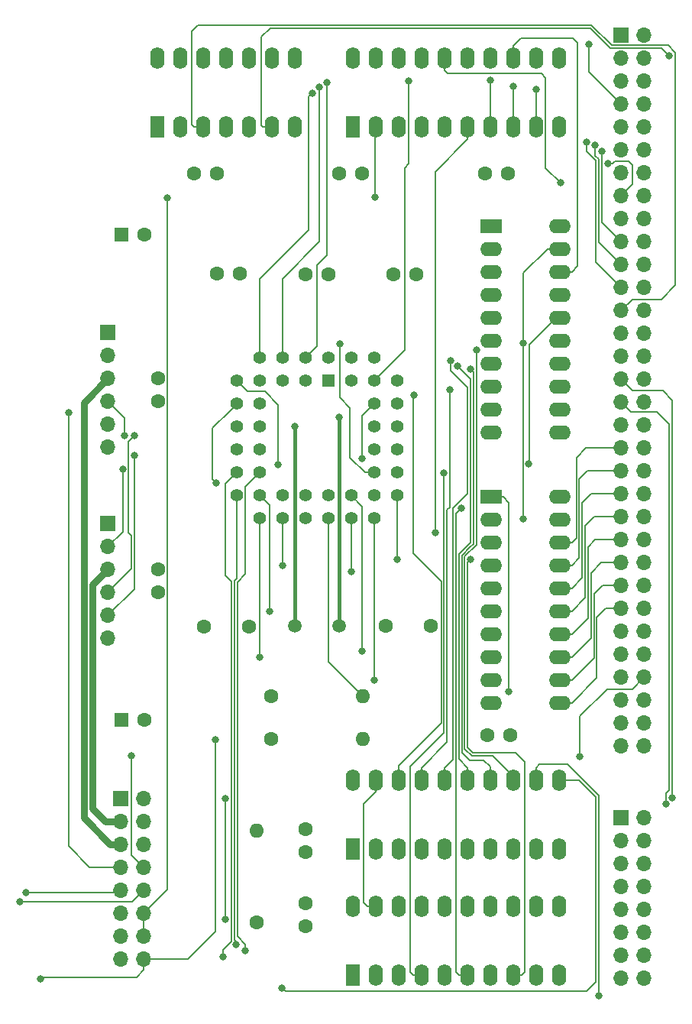
<source format=gbr>
G04 #@! TF.GenerationSoftware,KiCad,Pcbnew,(5.1.5-0-10_14)*
G04 #@! TF.CreationDate,2021-03-10T11:59:30+00:00*
G04 #@! TF.ProjectId,mc68681,6d633638-3638-4312-9e6b-696361645f70,rev?*
G04 #@! TF.SameCoordinates,Original*
G04 #@! TF.FileFunction,Copper,L1,Top*
G04 #@! TF.FilePolarity,Positive*
%FSLAX46Y46*%
G04 Gerber Fmt 4.6, Leading zero omitted, Abs format (unit mm)*
G04 Created by KiCad (PCBNEW (5.1.5-0-10_14)) date 2021-03-10 11:59:30*
%MOMM*%
%LPD*%
G04 APERTURE LIST*
%ADD10O,1.600000X1.600000*%
%ADD11C,1.600000*%
%ADD12O,1.700000X1.700000*%
%ADD13R,1.700000X1.700000*%
%ADD14O,1.600000X2.400000*%
%ADD15R,1.600000X2.400000*%
%ADD16C,1.500000*%
%ADD17C,1.422400*%
%ADD18R,1.422400X1.422400*%
%ADD19C,1.600200*%
%ADD20O,2.400000X1.600000*%
%ADD21R,2.400000X1.600000*%
%ADD22R,1.600000X1.600000*%
%ADD23C,0.800000*%
%ADD24C,0.400000*%
%ADD25C,0.150000*%
%ADD26C,0.800000*%
G04 APERTURE END LIST*
D10*
X89800000Y-126850000D03*
D11*
X79640000Y-126850000D03*
D12*
X65540000Y-151220000D03*
X63000000Y-151220000D03*
X65540000Y-148680000D03*
X63000000Y-148680000D03*
X65540000Y-146140000D03*
X63000000Y-146140000D03*
X65540000Y-143600000D03*
X63000000Y-143600000D03*
X65540000Y-141060000D03*
X63000000Y-141060000D03*
X65540000Y-138520000D03*
X63000000Y-138520000D03*
X65540000Y-135980000D03*
X63000000Y-135980000D03*
X65540000Y-133440000D03*
D13*
X63000000Y-133440000D03*
D11*
X97350000Y-114340000D03*
X92350000Y-114340000D03*
X77160000Y-114360000D03*
X72160000Y-114360000D03*
D14*
X88700000Y-51430000D03*
X111560000Y-59050000D03*
X91240000Y-51430000D03*
X109020000Y-59050000D03*
X93780000Y-51430000D03*
X106480000Y-59050000D03*
X96320000Y-51430000D03*
X103940000Y-59050000D03*
X98860000Y-51430000D03*
X101400000Y-59050000D03*
X101400000Y-51430000D03*
X98860000Y-59050000D03*
X103940000Y-51430000D03*
X96320000Y-59050000D03*
X106480000Y-51430000D03*
X93780000Y-59050000D03*
X109020000Y-51430000D03*
X91240000Y-59050000D03*
X111560000Y-51430000D03*
D15*
X88700000Y-59050000D03*
D16*
X87150000Y-114340000D03*
X82270000Y-114340000D03*
D10*
X89800000Y-122120000D03*
D11*
X79640000Y-122120000D03*
D17*
X93610000Y-87156350D03*
X93610000Y-89696350D03*
X93610000Y-92236350D03*
X93610000Y-94776350D03*
X93610000Y-97316350D03*
X91070000Y-84616350D03*
X91070000Y-89696350D03*
X91070000Y-92236350D03*
X91070000Y-94776350D03*
X91070000Y-97316350D03*
X91070000Y-99856350D03*
X91070000Y-102396350D03*
X88530000Y-102396350D03*
X85990000Y-102396350D03*
X83450000Y-102396350D03*
X80910000Y-102396350D03*
X78370000Y-102396350D03*
X93610000Y-99856350D03*
X88530000Y-99856350D03*
X85990000Y-99856350D03*
X83450000Y-99856350D03*
X80910000Y-99856350D03*
X78370000Y-99856350D03*
X75830000Y-99856350D03*
X75830000Y-97316350D03*
X75830000Y-94776350D03*
X75830000Y-92236350D03*
X75830000Y-89696350D03*
X75830000Y-87156350D03*
X78370000Y-97316350D03*
X78370000Y-94776350D03*
X78370000Y-92236350D03*
X78370000Y-89696350D03*
X78370000Y-87156350D03*
X88530000Y-84616350D03*
X85990000Y-84616350D03*
X78370000Y-84616350D03*
X80910000Y-84616350D03*
X83450000Y-84616350D03*
X91070000Y-87156350D03*
X88530000Y-87156350D03*
X80910000Y-87156350D03*
X83450000Y-87156350D03*
D18*
X85990000Y-87156350D03*
D14*
X88700000Y-131380000D03*
X111560000Y-139000000D03*
X91240000Y-131380000D03*
X109020000Y-139000000D03*
X93780000Y-131380000D03*
X106480000Y-139000000D03*
X96320000Y-131380000D03*
X103940000Y-139000000D03*
X98860000Y-131380000D03*
X101400000Y-139000000D03*
X101400000Y-131380000D03*
X98860000Y-139000000D03*
X103940000Y-131380000D03*
X96320000Y-139000000D03*
X106480000Y-131380000D03*
X93780000Y-139000000D03*
X109020000Y-131380000D03*
X91240000Y-139000000D03*
X111560000Y-131380000D03*
D15*
X88700000Y-139000000D03*
D19*
X93235800Y-75355000D03*
X95775800Y-75355000D03*
X67100000Y-108080000D03*
X67100000Y-110620000D03*
X83450000Y-75355000D03*
X85990000Y-75355000D03*
X103644200Y-126450000D03*
X106184200Y-126450000D03*
X83500000Y-145044200D03*
X83500000Y-147584200D03*
X83500000Y-136815800D03*
X83500000Y-139355800D03*
X67100000Y-86920000D03*
X67100000Y-89460000D03*
X73664200Y-75280000D03*
X76204200Y-75280000D03*
X105904200Y-64175000D03*
X103364200Y-64175000D03*
X71060000Y-64175000D03*
X73600000Y-64175000D03*
X87212100Y-64175000D03*
X89752100Y-64175000D03*
D10*
X78025000Y-137015000D03*
D11*
X78025000Y-147175000D03*
D12*
X61550000Y-115700000D03*
X61550000Y-113160000D03*
X61550000Y-110620000D03*
X61550000Y-108080000D03*
X61550000Y-105540000D03*
D13*
X61550000Y-103000000D03*
D12*
X61550000Y-94540000D03*
X61550000Y-92000000D03*
X61550000Y-89460000D03*
X61550000Y-86920000D03*
X61550000Y-84380000D03*
D13*
X61550000Y-81840000D03*
D12*
X121000000Y-153380000D03*
X118460000Y-153380000D03*
X121000000Y-150840000D03*
X118460000Y-150840000D03*
X121000000Y-148300000D03*
X118460000Y-148300000D03*
X121000000Y-145760000D03*
X118460000Y-145760000D03*
X121000000Y-143220000D03*
X118460000Y-143220000D03*
X121000000Y-140680000D03*
X118460000Y-140680000D03*
X121000000Y-138140000D03*
X118460000Y-138140000D03*
X121000000Y-135600000D03*
D13*
X118460000Y-135600000D03*
D12*
X121000000Y-127640000D03*
X118460000Y-127640000D03*
X121000000Y-125100000D03*
X118460000Y-125100000D03*
X121000000Y-122560000D03*
X118460000Y-122560000D03*
X121000000Y-120020000D03*
X118460000Y-120020000D03*
X121000000Y-117480000D03*
X118460000Y-117480000D03*
X121000000Y-114940000D03*
X118460000Y-114940000D03*
X121000000Y-112400000D03*
X118460000Y-112400000D03*
X121000000Y-109860000D03*
X118460000Y-109860000D03*
X121000000Y-107320000D03*
X118460000Y-107320000D03*
X121000000Y-104780000D03*
X118460000Y-104780000D03*
X121000000Y-102240000D03*
X118460000Y-102240000D03*
X121000000Y-99700000D03*
X118460000Y-99700000D03*
X121000000Y-97160000D03*
X118460000Y-97160000D03*
X121000000Y-94620000D03*
X118460000Y-94620000D03*
X121000000Y-92080000D03*
X118460000Y-92080000D03*
X121000000Y-89540000D03*
X118460000Y-89540000D03*
X121000000Y-87000000D03*
X118460000Y-87000000D03*
X121000000Y-84460000D03*
X118460000Y-84460000D03*
X121000000Y-81920000D03*
X118460000Y-81920000D03*
X121000000Y-79380000D03*
X118460000Y-79380000D03*
X121000000Y-76840000D03*
X118460000Y-76840000D03*
X121000000Y-74300000D03*
X118460000Y-74300000D03*
X121000000Y-71760000D03*
X118460000Y-71760000D03*
X121000000Y-69220000D03*
X118460000Y-69220000D03*
X121000000Y-66680000D03*
X118460000Y-66680000D03*
X121000000Y-64140000D03*
X118460000Y-64140000D03*
X121000000Y-61600000D03*
X118460000Y-61600000D03*
X121000000Y-59060000D03*
X118460000Y-59060000D03*
X121000000Y-56520000D03*
X118460000Y-56520000D03*
X121000000Y-53980000D03*
X118460000Y-53980000D03*
X121000000Y-51440000D03*
X118460000Y-51440000D03*
X121000000Y-48900000D03*
D13*
X118460000Y-48900000D03*
D20*
X111620000Y-70000000D03*
X104000000Y-92860000D03*
X111620000Y-72540000D03*
X104000000Y-90320000D03*
X111620000Y-75080000D03*
X104000000Y-87780000D03*
X111620000Y-77620000D03*
X104000000Y-85240000D03*
X111620000Y-80160000D03*
X104000000Y-82700000D03*
X111620000Y-82700000D03*
X104000000Y-80160000D03*
X111620000Y-85240000D03*
X104000000Y-77620000D03*
X111620000Y-87780000D03*
X104000000Y-75080000D03*
X111620000Y-90320000D03*
X104000000Y-72540000D03*
X111620000Y-92860000D03*
D21*
X104000000Y-70000000D03*
D14*
X67000000Y-51430000D03*
X82240000Y-59050000D03*
X69540000Y-51430000D03*
X79700000Y-59050000D03*
X72080000Y-51430000D03*
X77160000Y-59050000D03*
X74620000Y-51430000D03*
X74620000Y-59050000D03*
X77160000Y-51430000D03*
X72080000Y-59050000D03*
X79700000Y-51430000D03*
X69540000Y-59050000D03*
X82240000Y-51430000D03*
D15*
X67000000Y-59050000D03*
D14*
X88700000Y-145380000D03*
X111560000Y-153000000D03*
X91240000Y-145380000D03*
X109020000Y-153000000D03*
X93780000Y-145380000D03*
X106480000Y-153000000D03*
X96320000Y-145380000D03*
X103940000Y-153000000D03*
X98860000Y-145380000D03*
X101400000Y-153000000D03*
X101400000Y-145380000D03*
X98860000Y-153000000D03*
X103940000Y-145380000D03*
X96320000Y-153000000D03*
X106480000Y-145380000D03*
X93780000Y-153000000D03*
X109020000Y-145380000D03*
X91240000Y-153000000D03*
X111560000Y-145380000D03*
D15*
X88700000Y-153000000D03*
D20*
X111620000Y-100000000D03*
X104000000Y-122860000D03*
X111620000Y-102540000D03*
X104000000Y-120320000D03*
X111620000Y-105080000D03*
X104000000Y-117780000D03*
X111620000Y-107620000D03*
X104000000Y-115240000D03*
X111620000Y-110160000D03*
X104000000Y-112700000D03*
X111620000Y-112700000D03*
X104000000Y-110160000D03*
X111620000Y-115240000D03*
X104000000Y-107620000D03*
X111620000Y-117780000D03*
X104000000Y-105080000D03*
X111620000Y-120320000D03*
X104000000Y-102540000D03*
X111620000Y-122860000D03*
D21*
X104000000Y-100000000D03*
D11*
X65592621Y-124710000D03*
D22*
X63092621Y-124710000D03*
D11*
X65592621Y-71000000D03*
D22*
X63092621Y-71000000D03*
D23*
X87170000Y-91190000D03*
X101738436Y-85905872D03*
X102410000Y-83730000D03*
X80910000Y-107620000D03*
X79470000Y-112690000D03*
X99554903Y-84926493D03*
X78390000Y-117780000D03*
X107572298Y-83022298D03*
X107550000Y-102500000D03*
X75790000Y-149590000D03*
X89700000Y-95740000D03*
X76790000Y-150325000D03*
X74290000Y-150980000D03*
X63199999Y-96970000D03*
X115975000Y-155325000D03*
X63370000Y-93250000D03*
X64500000Y-95450000D03*
X64525000Y-93225000D03*
X80875000Y-154424990D03*
X87240000Y-83040000D03*
X57210000Y-90710000D03*
X98810000Y-97340000D03*
X106000000Y-121575000D03*
X73530000Y-98460000D03*
X100747937Y-101267937D03*
X95470000Y-88767551D03*
X101750030Y-106970000D03*
X93630000Y-106970000D03*
X108222298Y-96387551D03*
X80430000Y-96460000D03*
X91080000Y-120330000D03*
X109020000Y-54875010D03*
X84190000Y-55270000D03*
X89740000Y-117070000D03*
X99460000Y-88120000D03*
X88540000Y-108270000D03*
X106480000Y-54550000D03*
X85006047Y-54625009D03*
X100320000Y-85545149D03*
X97820000Y-103960000D03*
X103930000Y-53900000D03*
X85844796Y-54127889D03*
X74584301Y-146790000D03*
X74540000Y-133440000D03*
X123800000Y-51125000D03*
X111700000Y-65250000D03*
X114583376Y-60700010D03*
X114850000Y-49890000D03*
X51820000Y-144920000D03*
X115536612Y-61050020D03*
X116300000Y-61725000D03*
X123416646Y-134005220D03*
X116950000Y-63125000D03*
X64170000Y-128730000D03*
X113890000Y-128810000D03*
X94920000Y-53974989D03*
X52470000Y-143839620D03*
X82310000Y-92230000D03*
X68150000Y-66870000D03*
X91200000Y-66840000D03*
X124120000Y-133330000D03*
X54040000Y-153410000D03*
X73430000Y-126900000D03*
D24*
X87150000Y-91210000D02*
X87170000Y-91190000D01*
X87150000Y-114340000D02*
X87150000Y-91210000D01*
D25*
X103940000Y-131380000D02*
X103940000Y-130099633D01*
X103940000Y-130099633D02*
X103940000Y-129915000D01*
X103940000Y-129915000D02*
X103225000Y-129200000D01*
X101625000Y-129200000D02*
X100775020Y-128350020D01*
X103225000Y-129200000D02*
X101625000Y-129200000D01*
X100775020Y-128350020D02*
X100775020Y-127700000D01*
X100775020Y-127700000D02*
X100775020Y-116400000D01*
X100775020Y-106515347D02*
X101690368Y-105600000D01*
X100775020Y-116400000D02*
X100775020Y-106515347D01*
X101690368Y-105600000D02*
X102074990Y-105215378D01*
X102074990Y-105215378D02*
X102074990Y-95875000D01*
X102074990Y-95875000D02*
X102074990Y-95859623D01*
X102074990Y-86242426D02*
X101738436Y-85905872D01*
X102074990Y-95875000D02*
X102074990Y-86242426D01*
X106480000Y-130980000D02*
X104225000Y-128725000D01*
X106480000Y-131380000D02*
X106480000Y-130980000D01*
X104225000Y-128725000D02*
X103025000Y-128725000D01*
X101875000Y-128725000D02*
X101100030Y-127950030D01*
X101100030Y-127950030D02*
X101100030Y-116265377D01*
X103025000Y-128725000D02*
X101875000Y-128725000D01*
X101100030Y-116265377D02*
X101100030Y-125525000D01*
X102410000Y-95715000D02*
X102400000Y-95725000D01*
X101100030Y-106649970D02*
X101100030Y-116265377D01*
X102410000Y-105340000D02*
X101100030Y-106649970D01*
X102410000Y-83730000D02*
X102410000Y-105340000D01*
X80910000Y-107620000D02*
X80910000Y-102396350D01*
X79470000Y-100956350D02*
X78370000Y-99856350D01*
X79470000Y-112690000D02*
X79470000Y-100956350D01*
X99799990Y-129090010D02*
X99799990Y-128884623D01*
X98860000Y-130030000D02*
X99799990Y-129090010D01*
X98860000Y-131380000D02*
X98860000Y-130030000D01*
X99799990Y-128884623D02*
X99799990Y-118399990D01*
X99799990Y-101296645D02*
X101424970Y-99671665D01*
X99799990Y-118399990D02*
X99799990Y-101296645D01*
X101424970Y-99671665D02*
X101424970Y-96400000D01*
X101424970Y-96400000D02*
X101424970Y-87894970D01*
X99554903Y-86024903D02*
X99554903Y-84926493D01*
X101424970Y-87894970D02*
X99554903Y-86024903D01*
X78370000Y-104320000D02*
X78370000Y-102396350D01*
X78370000Y-117760000D02*
X78390000Y-117780000D01*
X78370000Y-104320000D02*
X78370000Y-117760000D01*
X110270000Y-72540000D02*
X107572298Y-75237702D01*
X107572298Y-75237702D02*
X107572298Y-83022298D01*
X111620000Y-72540000D02*
X110270000Y-72540000D01*
X107572298Y-102477702D02*
X107550000Y-102500000D01*
X107572298Y-83022298D02*
X107572298Y-102477702D01*
X75790000Y-149380000D02*
X75790000Y-149590000D01*
X75559311Y-149149311D02*
X75790000Y-149380000D01*
X75559311Y-109333458D02*
X75559311Y-149149311D01*
X75830000Y-109062770D02*
X75559311Y-109333458D01*
X75830000Y-99856350D02*
X75830000Y-109062770D01*
X89700000Y-91066350D02*
X91070000Y-89696350D01*
X89700000Y-95740000D02*
X89700000Y-91066350D01*
X76790000Y-149627998D02*
X76790000Y-150325000D01*
X75884321Y-109468081D02*
X75884321Y-148722319D01*
X76791201Y-108561201D02*
X75884321Y-109468081D01*
X76791201Y-98895149D02*
X76791201Y-108561201D01*
X75884321Y-148722319D02*
X76790000Y-149627998D01*
X78370000Y-97316350D02*
X76791201Y-98895149D01*
X74290000Y-150192057D02*
X74290000Y-150980000D01*
X75234301Y-149247756D02*
X74290000Y-150192057D01*
X75830000Y-97316350D02*
X74560000Y-98586350D01*
X75234301Y-109374301D02*
X75234301Y-149247756D01*
X74560000Y-108700000D02*
X75234301Y-109374301D01*
X74560000Y-98586350D02*
X74560000Y-108700000D01*
X61550000Y-105540000D02*
X63199999Y-103890001D01*
X63199999Y-96970000D02*
X63199999Y-103890001D01*
X109020000Y-130030000D02*
X109020000Y-131380000D01*
X109400000Y-129650000D02*
X109020000Y-130030000D01*
X112509633Y-129650000D02*
X109400000Y-129650000D01*
X115975000Y-133115367D02*
X112509633Y-129650000D01*
X115975000Y-155325000D02*
X115975000Y-133115367D01*
X63370000Y-91280000D02*
X61550000Y-89460000D01*
X63370000Y-93250000D02*
X63370000Y-91280000D01*
X61550000Y-113160000D02*
X64500000Y-110210000D01*
X64500000Y-110210000D02*
X64500000Y-95450000D01*
X61550000Y-110620000D02*
X64174990Y-107995010D01*
X64174990Y-107995010D02*
X64174990Y-104300000D01*
X63849999Y-93900001D02*
X64525000Y-93225000D01*
X63849999Y-103975009D02*
X63849999Y-93900001D01*
X64174990Y-104300000D02*
X63849999Y-103975009D01*
X115649990Y-133249990D02*
X113780000Y-131380000D01*
X113780000Y-131380000D02*
X111560000Y-131380000D01*
X114600011Y-154824989D02*
X115649990Y-153775010D01*
X81274999Y-154824989D02*
X114600011Y-154824989D01*
X115649990Y-153775010D02*
X115649990Y-133249990D01*
X80875000Y-154424990D02*
X81274999Y-154824989D01*
X87240000Y-83040000D02*
X87240000Y-89000000D01*
X87240000Y-89000000D02*
X88400000Y-90160000D01*
X88400000Y-95652138D02*
X90064212Y-97316350D01*
X90064212Y-97316350D02*
X91070000Y-97316350D01*
X88400000Y-90160000D02*
X88400000Y-95652138D01*
X57210000Y-90710000D02*
X57210000Y-138740000D01*
X59530000Y-141060000D02*
X57210000Y-138740000D01*
X63000000Y-141060000D02*
X59530000Y-141060000D01*
X95370000Y-153000000D02*
X95050000Y-152680000D01*
X96320000Y-153000000D02*
X95370000Y-153000000D01*
X95050000Y-152680000D02*
X95050000Y-130375000D01*
X95050000Y-130375000D02*
X95050000Y-130150000D01*
X95050000Y-130150000D02*
X95050000Y-129925000D01*
X95050000Y-129925000D02*
X98824960Y-126150040D01*
X98824960Y-126150040D02*
X98824960Y-124350000D01*
X98824960Y-100850040D02*
X98825000Y-100850000D01*
X98824960Y-124350000D02*
X98824960Y-100850040D01*
X98824960Y-97354960D02*
X98810000Y-97340000D01*
X98824960Y-100850040D02*
X98824960Y-97354960D01*
X105350000Y-100000000D02*
X104000000Y-100000000D01*
X106000000Y-100650000D02*
X105350000Y-100000000D01*
X106000000Y-121575000D02*
X106000000Y-100650000D01*
X75118801Y-90407549D02*
X75830000Y-89696350D01*
X73130001Y-92396349D02*
X75118801Y-90407549D01*
X73130001Y-98060001D02*
X73130001Y-92396349D01*
X73530000Y-98460000D02*
X73130001Y-98060001D01*
X100450000Y-153000000D02*
X101400000Y-153000000D01*
X100125000Y-152675000D02*
X100450000Y-153000000D01*
X100125000Y-104400000D02*
X100125000Y-152675000D01*
X100125000Y-104400000D02*
X100125000Y-104124990D01*
X100125000Y-101890874D02*
X100747937Y-101267937D01*
X100125000Y-104124990D02*
X100125000Y-101890874D01*
X93780000Y-131380000D02*
X93780000Y-130030000D01*
X93780000Y-130030000D02*
X93780000Y-129870000D01*
X93780000Y-129870000D02*
X93780000Y-129820000D01*
X93780000Y-129820000D02*
X97300000Y-126300000D01*
X97300000Y-126300000D02*
X98499950Y-125100050D01*
X98499950Y-109389950D02*
X95390000Y-106280000D01*
X98499950Y-125100050D02*
X98499950Y-109389950D01*
X95390000Y-88847551D02*
X95470000Y-88767551D01*
X95390000Y-106280000D02*
X95390000Y-88847551D01*
X107430000Y-153000000D02*
X107775000Y-152655000D01*
X106749990Y-128399990D02*
X102009622Y-128399990D01*
X102009622Y-128399990D02*
X101425040Y-127815408D01*
X107775000Y-152655000D02*
X107775000Y-129425000D01*
X107775000Y-129425000D02*
X106749990Y-128399990D01*
X106480000Y-153000000D02*
X107430000Y-153000000D01*
X101425040Y-127815408D02*
X101425040Y-107299960D01*
X101425040Y-107294990D02*
X101750030Y-106970000D01*
X101425040Y-107299960D02*
X101425040Y-107294990D01*
X93630000Y-99876350D02*
X93610000Y-99856350D01*
X93630000Y-106970000D02*
X93630000Y-99876350D01*
X111220000Y-80160000D02*
X108225000Y-83155000D01*
X111620000Y-80160000D02*
X111220000Y-80160000D01*
X108225000Y-83155000D02*
X108225000Y-95947298D01*
X108225000Y-95947298D02*
X108222298Y-95950000D01*
X108225000Y-96384849D02*
X108222298Y-96387551D01*
X108225000Y-95947298D02*
X108225000Y-96384849D01*
X80430000Y-96460000D02*
X80430000Y-89810000D01*
X80430000Y-89810000D02*
X78960000Y-88340000D01*
X77013650Y-88340000D02*
X75830000Y-87156350D01*
X78960000Y-88340000D02*
X77013650Y-88340000D01*
X91080000Y-102406350D02*
X91070000Y-102396350D01*
X91080000Y-120330000D02*
X91080000Y-102406350D01*
X109020000Y-54875010D02*
X109020000Y-59050000D01*
X83790001Y-55669999D02*
X83790001Y-70489999D01*
X84190000Y-55270000D02*
X83790001Y-55669999D01*
X78370000Y-75910000D02*
X78370000Y-84616350D01*
X83790001Y-70489999D02*
X78370000Y-75910000D01*
X89740000Y-101066350D02*
X88530000Y-99856350D01*
X89740000Y-117070000D02*
X89740000Y-101066350D01*
X96320000Y-130030000D02*
X99149970Y-127200030D01*
X96320000Y-131380000D02*
X96320000Y-130030000D01*
X99149970Y-127200030D02*
X99149970Y-118130744D01*
X99149970Y-101487032D02*
X99475001Y-101162001D01*
X99475001Y-101162001D02*
X99475001Y-100537999D01*
X99149970Y-118130744D02*
X99149970Y-101487032D01*
X99475001Y-88205001D02*
X99380000Y-88110000D01*
X99475001Y-100537999D02*
X99475001Y-88205001D01*
X88540000Y-102406350D02*
X88530000Y-102396350D01*
X88540000Y-108270000D02*
X88540000Y-102406350D01*
X106480000Y-54550000D02*
X106480000Y-59050000D01*
X85006047Y-54625009D02*
X85006047Y-71743953D01*
X80910000Y-75840000D02*
X80910000Y-84616350D01*
X85006047Y-71743953D02*
X80910000Y-75840000D01*
X101400000Y-130030000D02*
X100450010Y-129080010D01*
X101400000Y-131380000D02*
X101400000Y-130030000D01*
X100450010Y-129080010D02*
X100450010Y-128884623D01*
X100450010Y-128884623D02*
X100450010Y-112074990D01*
X100450010Y-106380724D02*
X100755735Y-106075000D01*
X100450010Y-112074990D02*
X100450010Y-106380724D01*
X100755735Y-106075000D02*
X101705736Y-105125000D01*
X101705736Y-105125000D02*
X101749980Y-105080756D01*
X101749980Y-105080756D02*
X101749980Y-96075000D01*
X101749980Y-96075000D02*
X101749980Y-96009623D01*
X101749980Y-96009623D02*
X101749980Y-88050000D01*
X101749980Y-86975129D02*
X100320000Y-85545149D01*
X101749980Y-88050000D02*
X101749980Y-86975129D01*
X101400000Y-60400000D02*
X101400000Y-59050000D01*
X97809990Y-63990010D02*
X101400000Y-60400000D01*
X97809990Y-103949990D02*
X97809990Y-63990010D01*
X97820000Y-103960000D02*
X97809990Y-103949990D01*
X85990000Y-118310000D02*
X89800000Y-122120000D01*
X85990000Y-102396350D02*
X85990000Y-118310000D01*
X104600000Y-58390000D02*
X103940000Y-59050000D01*
X103930000Y-59040000D02*
X103940000Y-59050000D01*
X103930000Y-53900000D02*
X103930000Y-59040000D01*
X84161199Y-83905151D02*
X83450000Y-84616350D01*
X84710000Y-83356350D02*
X84161199Y-83905151D01*
X84710000Y-74370000D02*
X84710000Y-83356350D01*
X85844796Y-73235204D02*
X84710000Y-74370000D01*
X85844796Y-54127889D02*
X85844796Y-73235204D01*
X116700000Y-112400000D02*
X118460000Y-112400000D01*
X115750060Y-120079940D02*
X115750060Y-113349940D01*
X112970000Y-122860000D02*
X115750060Y-120079940D01*
X115750060Y-113349940D02*
X116700000Y-112400000D01*
X111620000Y-122860000D02*
X112970000Y-122860000D01*
X115425050Y-110799950D02*
X116365000Y-109860000D01*
X115425050Y-117864950D02*
X115425050Y-110799950D01*
X116365000Y-109860000D02*
X118460000Y-109860000D01*
X112970000Y-120320000D02*
X115425050Y-117864950D01*
X111620000Y-120320000D02*
X112970000Y-120320000D01*
X112970000Y-117780000D02*
X115100040Y-115649960D01*
X111620000Y-117780000D02*
X112970000Y-117780000D01*
X115100040Y-115649960D02*
X115100040Y-108474960D01*
X116255000Y-107320000D02*
X118460000Y-107320000D01*
X115100040Y-108474960D02*
X116255000Y-107320000D01*
X115570000Y-104780000D02*
X118460000Y-104780000D01*
X114775030Y-105574970D02*
X115570000Y-104780000D01*
X114775030Y-113434970D02*
X114775030Y-105574970D01*
X112970000Y-115240000D02*
X114775030Y-113434970D01*
X111620000Y-115240000D02*
X112970000Y-115240000D01*
X115460000Y-102240000D02*
X118460000Y-102240000D01*
X114450030Y-104978869D02*
X114450030Y-103249970D01*
X114450030Y-103249970D02*
X115460000Y-102240000D01*
X114450020Y-111219980D02*
X114450020Y-104978879D01*
X114450020Y-104978879D02*
X114450030Y-104978869D01*
X112970000Y-112700000D02*
X114450020Y-111219980D01*
X111620000Y-112700000D02*
X112970000Y-112700000D01*
X112970000Y-110160000D02*
X114125010Y-109004990D01*
X111620000Y-110160000D02*
X112970000Y-110160000D01*
X114125010Y-104844256D02*
X114125020Y-104844246D01*
X114125010Y-109004990D02*
X114125010Y-104844256D01*
X114125020Y-104844246D02*
X114125020Y-100674980D01*
X115100000Y-99700000D02*
X118460000Y-99700000D01*
X114125020Y-100674980D02*
X115100000Y-99700000D01*
X112970000Y-107620000D02*
X113800000Y-106790000D01*
X111620000Y-107620000D02*
X112970000Y-107620000D01*
X113800000Y-104709633D02*
X113800010Y-104709623D01*
X113800000Y-106790000D02*
X113800000Y-104709633D01*
X113800010Y-104709623D02*
X113800010Y-98074990D01*
X114715000Y-97160000D02*
X118460000Y-97160000D01*
X113800010Y-98074990D02*
X114715000Y-97160000D01*
X112970000Y-105080000D02*
X113475000Y-104575000D01*
X111620000Y-105080000D02*
X112970000Y-105080000D01*
X113475000Y-104575000D02*
X113475000Y-95700000D01*
X114555000Y-94620000D02*
X118460000Y-94620000D01*
X113475000Y-95700000D02*
X114555000Y-94620000D01*
X91240000Y-132730000D02*
X89900000Y-134070000D01*
X91240000Y-131380000D02*
X91240000Y-132730000D01*
X90290000Y-145380000D02*
X91240000Y-145380000D01*
X89900000Y-144990000D02*
X90290000Y-145380000D01*
X89900000Y-134070000D02*
X89900000Y-144990000D01*
X74584301Y-136744301D02*
X74570000Y-136730000D01*
X74584301Y-146790000D02*
X74584301Y-136744301D01*
X74584301Y-133484301D02*
X74540000Y-133440000D01*
X74584301Y-136744301D02*
X74584301Y-133484301D01*
X78550000Y-49075000D02*
X79549990Y-48075010D01*
X78750000Y-59050000D02*
X78550000Y-58850000D01*
X78550000Y-58850000D02*
X78550000Y-49125000D01*
X78550000Y-49125000D02*
X78550000Y-49075000D01*
X81775000Y-48075010D02*
X115025376Y-48075010D01*
X79549990Y-48075010D02*
X81775000Y-48075010D01*
X115025376Y-48075010D02*
X117275376Y-50325011D01*
X79700000Y-59050000D02*
X78750000Y-59050000D01*
X122925011Y-50325011D02*
X123725000Y-51125000D01*
X117275376Y-50325011D02*
X122925011Y-50325011D01*
X119715000Y-78125000D02*
X118460000Y-79380000D01*
X71550000Y-47750000D02*
X115159998Y-47750000D01*
X122900000Y-78125000D02*
X119715000Y-78125000D01*
X123637003Y-50000001D02*
X124450001Y-50812999D01*
X124450001Y-76574999D02*
X122900000Y-78125000D01*
X117409999Y-50000001D02*
X123637003Y-50000001D01*
X115159998Y-47750000D02*
X117409999Y-50000001D01*
X124450001Y-50812999D02*
X124450001Y-76574999D01*
X71130000Y-59050000D02*
X70850000Y-58770000D01*
X70850000Y-58770000D02*
X70850000Y-48450000D01*
X70850000Y-48450000D02*
X71550000Y-47750000D01*
X72080000Y-59050000D02*
X71130000Y-59050000D01*
X112970000Y-75080000D02*
X113625000Y-74425000D01*
X111620000Y-75080000D02*
X112970000Y-75080000D01*
X113625000Y-74425000D02*
X113625000Y-49725000D01*
X113625000Y-49725000D02*
X113125000Y-49225000D01*
X107335000Y-49225000D02*
X106480000Y-50080000D01*
X106480000Y-50080000D02*
X106480000Y-51430000D01*
X113125000Y-49225000D02*
X107335000Y-49225000D01*
X110070010Y-63620010D02*
X110070010Y-53569990D01*
X111700000Y-65250000D02*
X110070010Y-63620010D01*
X110070010Y-53569990D02*
X109640020Y-53140000D01*
X98860000Y-52780000D02*
X98860000Y-51430000D01*
X99220000Y-53140000D02*
X98860000Y-52780000D01*
X109640020Y-53140000D02*
X99220000Y-53140000D01*
X115649980Y-74029980D02*
X118460000Y-76840000D01*
X114583376Y-61718019D02*
X115649980Y-62784623D01*
X115649980Y-62784623D02*
X115649980Y-74029980D01*
X114583376Y-60700010D02*
X114583376Y-61718019D01*
X114850000Y-52910000D02*
X118460000Y-56520000D01*
X114850000Y-49890000D02*
X114850000Y-52910000D01*
X64230000Y-144910000D02*
X65540000Y-143600000D01*
X52380000Y-144910000D02*
X64230000Y-144910000D01*
X51830000Y-144910000D02*
X51820000Y-144920000D01*
X52380000Y-144910000D02*
X51830000Y-144910000D01*
X115974990Y-71814990D02*
X118460000Y-74300000D01*
X115561622Y-62211622D02*
X115974990Y-62624990D01*
X115974990Y-62624990D02*
X115974990Y-71814990D01*
X115536612Y-62211622D02*
X115561622Y-62211622D01*
X115536612Y-61050020D02*
X115536612Y-62211622D01*
X116300000Y-69600000D02*
X118460000Y-71760000D01*
X116300000Y-61725000D02*
X116300000Y-69600000D01*
X119560001Y-90640001D02*
X122399999Y-90640001D01*
X118460000Y-89540000D02*
X119560001Y-90640001D01*
X122399999Y-90640001D02*
X123764990Y-92004992D01*
X123764990Y-92004992D02*
X123764990Y-105705010D01*
X123764990Y-105705010D02*
X123764990Y-132480000D01*
X123416646Y-132828344D02*
X123416646Y-134005220D01*
X123764990Y-132480000D02*
X123416646Y-132828344D01*
X117515685Y-63125000D02*
X117765685Y-62875000D01*
X116950000Y-63125000D02*
X117515685Y-63125000D01*
X117765685Y-62875000D02*
X119300000Y-62875000D01*
X119300000Y-62875000D02*
X119725000Y-63300000D01*
X119725000Y-65415000D02*
X118460000Y-66680000D01*
X119725000Y-63300000D02*
X119725000Y-65415000D01*
X121000000Y-120020000D02*
X119710000Y-121310000D01*
X119710000Y-121310000D02*
X116890000Y-121310000D01*
X113890000Y-124310000D02*
X113890000Y-128810000D01*
X116890000Y-121310000D02*
X113890000Y-124310000D01*
X64170000Y-139690000D02*
X65540000Y-141060000D01*
X64170000Y-128730000D02*
X64170000Y-139690000D01*
D26*
X61797919Y-138520000D02*
X63000000Y-138520000D01*
X58874991Y-135597072D02*
X61797919Y-138520000D01*
X58874990Y-89595010D02*
X58874991Y-135597072D01*
X61550000Y-86920000D02*
X58874990Y-89595010D01*
X59850000Y-109780000D02*
X61550000Y-108080000D01*
X59850000Y-109780000D02*
X59850000Y-134570000D01*
X61260000Y-135980000D02*
X63000000Y-135980000D01*
X59850000Y-134570000D02*
X61260000Y-135980000D01*
D25*
X91070000Y-87156350D02*
X94450000Y-83776350D01*
X94450000Y-83776350D02*
X94450000Y-63590000D01*
X94920000Y-63120000D02*
X94920000Y-53974989D01*
X94450000Y-63590000D02*
X94920000Y-63120000D01*
X62980000Y-143620000D02*
X63000000Y-143600000D01*
X62760380Y-143839620D02*
X63000000Y-143600000D01*
X52470000Y-143839620D02*
X62760380Y-143839620D01*
D24*
X82270000Y-92270000D02*
X82310000Y-92230000D01*
X82270000Y-114340000D02*
X82270000Y-92270000D01*
D25*
X68150101Y-66870101D02*
X68150000Y-66870000D01*
X91200000Y-59090000D02*
X91240000Y-59050000D01*
X91200000Y-66840000D02*
X91200000Y-59090000D01*
X68150101Y-143529899D02*
X66389999Y-145290001D01*
X68150101Y-67435786D02*
X68150101Y-143529899D01*
X66389999Y-145290001D02*
X65540000Y-146140000D01*
X68150000Y-67435685D02*
X68150101Y-67435786D01*
X68150000Y-66870000D02*
X68150000Y-67435685D01*
X65540000Y-147342081D02*
X65540000Y-148680000D01*
X65540000Y-146140000D02*
X65540000Y-147342081D01*
X62790000Y-146860000D02*
X62820000Y-146890000D01*
X118460000Y-87000000D02*
X119730000Y-88270000D01*
X119730000Y-88270000D02*
X123060000Y-88270000D01*
X123060000Y-88270000D02*
X124090000Y-89300000D01*
X124090000Y-89300000D02*
X124090000Y-132780000D01*
X124090000Y-133300000D02*
X124120000Y-133330000D01*
X124090000Y-132780000D02*
X124090000Y-133300000D01*
X65540000Y-152422081D02*
X64742081Y-153220000D01*
X65540000Y-151220000D02*
X65540000Y-152422081D01*
X54230000Y-153220000D02*
X54040000Y-153410000D01*
X64742081Y-153220000D02*
X54230000Y-153220000D01*
X73430000Y-126900000D02*
X73430000Y-148170000D01*
X70380000Y-151220000D02*
X65540000Y-151220000D01*
X73430000Y-148170000D02*
X70380000Y-151220000D01*
M02*

</source>
